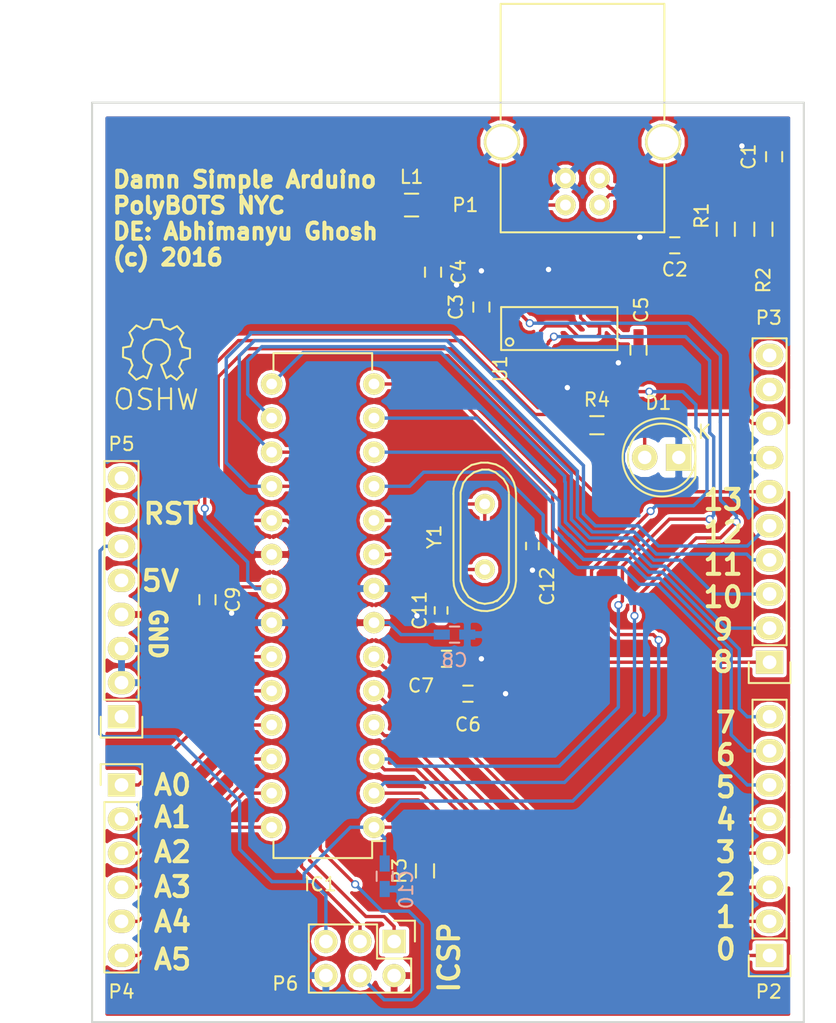
<source format=kicad_pcb>
(kicad_pcb (version 4) (host pcbnew 4.0.4-stable)
  (layers (0 F.Cu signal) (31 B.Cu signal) (34 B.Paste user) (35 F.Paste user) (36 B.SilkS user) (37 F.SilkS user) (38 B.Mask user) (39 F.Mask user) (44 Edge.Cuts user))
  (net 0 "")
  (net 1 /USBD+)
  (net 2 Earth)
  (net 3 /USBD-)
  (net 4 "Net-(C3-Pad1)")
  (net 5 "Net-(C4-Pad1)")
  (net 6 /MCU_5V)
  (net 7 /ANALOG_REF)
  (net 8 /MCU_RST)
  (net 9 "Net-(C11-Pad1)")
  (net 10 "Net-(C12-Pad1)")
  (net 11 "Net-(D1-Pad2)")
  (net 12 /MCU_RX)
  (net 13 /MCU_TX)
  (net 14 /PD2)
  (net 15 /PD3)
  (net 16 /PD4)
  (net 17 /PD5)
  (net 18 /PD6)
  (net 19 /PD7)
  (net 20 /PB0)
  (net 21 /PB1)
  (net 22 /PB2)
  (net 23 /MCU_MOSI)
  (net 24 /MCU_MISO)
  (net 25 /MCU_SCK)
  (net 26 /A0)
  (net 27 /A1)
  (net 28 /A2)
  (net 29 /A3)
  (net 30 /A4)
  (net 31 /A5)
  (net 32 "Net-(P3-Pad9)")
  (net 33 "Net-(P3-Pad10)")
  (net 34 "Net-(P5-Pad1)")
  (net 35 "Net-(P5-Pad5)")
  (net 36 "Net-(P5-Pad7)")
  (net 37 "Net-(P5-Pad8)")
  (net 38 "Net-(R1-Pad1)")
  (net 39 "Net-(R2-Pad1)")
  (net 40 "Net-(U1-Pad2)")
  (net 41 "Net-(U1-Pad5)")
  (net 42 "Net-(U1-Pad7)")
  (net 43 "Net-(U1-Pad8)")
  (net 44 "Net-(U1-Pad9)")
  (net 45 "Net-(U1-Pad10)")
  (net 46 "Net-(U1-Pad17)")
  (net 47 "Net-(U1-Pad18)")
  (net 48 "Net-(U1-Pad19)")
  (module Crystals:Crystal_HC49-U_Vertical (layer F.Cu) (at 214.74 100.83906 270)
    (fp_text reference Y1 (at 0 3.75 270) (layer F.SilkS))
    (fp_text value Crystal)
    (pad 1 thru_hole circle (at -2.44094 0 270) (size 1.50114 1.50114) (drill 0.8001) (layers *.Cu *.Mask F.SilkS) (net 10 "Net-(C12-Pad1)"))
    (pad 2 thru_hole circle (at 2.44094 0 270) (size 1.50114 1.50114) (drill 0.8001) (layers *.Cu *.Mask F.SilkS) (net 9 "Net-(C11-Pad1)"))
  )
  (module Capacitors_SMD:C_0603_HandSoldering (layer F.Cu) (at 236.29 72.53 90)
    (fp_text reference C1 (at 0 -1.9 90) (layer F.SilkS))
    (fp_text value "47 pF")
    (pad 1 smd rect (at -0.95 0 90) (size 1.2 0.75) (layers F.Cu F.Paste F.Mask) (net 1 /USBD+))
    (pad 2 smd rect (at 0.95 0 90) (size 1.2 0.75) (layers F.Cu F.Paste F.Mask) (net 2 Earth))
  )
  (module Capacitors_SMD:C_0603_HandSoldering (layer F.Cu) (at 228.89 79.13 180)
    (fp_text reference C2 (at 0 -1.8 180) (layer F.SilkS))
    (fp_text value "47 pF")
    (pad 1 smd rect (at -0.95 0 180) (size 1.2 0.75) (layers F.Cu F.Paste F.Mask) (net 3 /USBD-))
    (pad 2 smd rect (at 0.95 0 180) (size 1.2 0.75) (layers F.Cu F.Paste F.Mask) (net 2 Earth))
  )
  (module Capacitors_SMD:C_0603_HandSoldering (layer F.Cu) (at 214.49 83.73 90)
    (fp_text reference C3 (at 0 -1.9 90) (layer F.SilkS))
    (fp_text value "0.1 uF")
    (pad 1 smd rect (at -0.95 0 90) (size 1.2 0.75) (layers F.Cu F.Paste F.Mask) (net 4 "Net-(C3-Pad1)"))
    (pad 2 smd rect (at 0.95 0 90) (size 1.2 0.75) (layers F.Cu F.Paste F.Mask) (net 2 Earth))
  )
  (module Capacitors_SMD:C_0603_HandSoldering (layer F.Cu) (at 210.89 81.13 270)
    (fp_text reference C4 (at 0 -1.9 270) (layer F.SilkS))
    (fp_text value "0.1 uF")
    (pad 1 smd rect (at -0.95 0 270) (size 1.2 0.75) (layers F.Cu F.Paste F.Mask) (net 5 "Net-(C4-Pad1)"))
    (pad 2 smd rect (at 0.95 0 270) (size 1.2 0.75) (layers F.Cu F.Paste F.Mask) (net 2 Earth))
  )
  (module Capacitors_SMD:C_0603_HandSoldering (layer F.Cu) (at 226.19 86.93 270)
    (fp_text reference C5 (at -3 -0.2 270) (layer F.SilkS))
    (fp_text value "0.1 uF")
    (pad 1 smd rect (at -0.95 0 270) (size 1.2 0.75) (layers F.Cu F.Paste F.Mask) (net 4 "Net-(C3-Pad1)"))
    (pad 2 smd rect (at 0.95 0 270) (size 1.2 0.75) (layers F.Cu F.Paste F.Mask) (net 2 Earth))
  )
  (module Capacitors_SMD:C_0603_HandSoldering (layer F.Cu) (at 213.49 112.53)
    (fp_text reference C6 (at 0 2.3) (layer F.SilkS))
    (fp_text value "0.1 uF")
    (pad 1 smd rect (at -0.95 0) (size 1.2 0.75) (layers F.Cu F.Paste F.Mask) (net 6 /MCU_5V))
    (pad 2 smd rect (at 0.95 0) (size 1.2 0.75) (layers F.Cu F.Paste F.Mask) (net 2 Earth))
  )
  (module Capacitors_SMD:C_0603_HandSoldering (layer F.Cu) (at 211.89 109.93)
    (fp_text reference C7 (at -1.9 2) (layer F.SilkS))
    (fp_text value "0.1 uF")
    (pad 1 smd rect (at -0.95 0) (size 1.2 0.75) (layers F.Cu F.Paste F.Mask) (net 6 /MCU_5V))
    (pad 2 smd rect (at 0.95 0) (size 1.2 0.75) (layers F.Cu F.Paste F.Mask) (net 2 Earth))
  )
  (module Capacitors_SMD:C_0603_HandSoldering (layer B.Cu) (at 212.49 108.13)
    (fp_text reference C8 (at 0 1.9) (layer B.SilkS) (effects (justify mirror)))
    (fp_text value "0.1 uF")
    (pad 1 smd rect (at -0.95 0) (size 1.2 0.75) (layers B.Cu B.Paste B.Mask) (net 6 /MCU_5V))
    (pad 2 smd rect (at 0.95 0) (size 1.2 0.75) (layers B.Cu B.Paste B.Mask) (net 2 Earth))
  )
  (module Capacitors_SMD:C_0603_HandSoldering (layer F.Cu) (at 194.09 105.53 270)
    (fp_text reference C9 (at 0 -1.9 270) (layer F.SilkS))
    (fp_text value "0.1 uF")
    (pad 1 smd rect (at -0.95 0 270) (size 1.2 0.75) (layers F.Cu F.Paste F.Mask) (net 7 /ANALOG_REF))
    (pad 2 smd rect (at 0.95 0 270) (size 1.2 0.75) (layers F.Cu F.Paste F.Mask) (net 2 Earth))
  )
  (module Capacitors_SMD:C_0603_HandSoldering (layer B.Cu) (at 207.29 126.13 270)
    (fp_text reference C10 (at 1 -1.6 270) (layer B.SilkS) (effects (justify mirror)))
    (fp_text value "0.1 uF")
    (pad 1 smd rect (at -0.95 0 270) (size 1.2 0.75) (layers B.Cu B.Paste B.Mask) (net 8 /MCU_RST))
    (pad 2 smd rect (at 0.95 0 270) (size 1.2 0.75) (layers B.Cu B.Paste B.Mask) (net 2 Earth))
  )
  (module Capacitors_SMD:C_0402 (layer F.Cu) (at 211.49 106.33 270)
    (fp_text reference C11 (at 0 1.6 270) (layer F.SilkS))
    (fp_text value "30 pF")
    (pad 1 smd rect (at -0.55 0 270) (size 0.6 0.5) (layers F.Cu F.Paste F.Mask) (net 9 "Net-(C11-Pad1)"))
    (pad 2 smd rect (at 0.55 0 270) (size 0.6 0.5) (layers F.Cu F.Paste F.Mask) (net 2 Earth))
  )
  (module Capacitors_SMD:C_0402 (layer F.Cu) (at 218.29 101.53 270)
    (fp_text reference C12 (at 3 -1.1 270) (layer F.SilkS))
    (fp_text value "30 pF")
    (pad 1 smd rect (at -0.55 0 270) (size 0.6 0.5) (layers F.Cu F.Paste F.Mask) (net 10 "Net-(C12-Pad1)"))
    (pad 2 smd rect (at 0.55 0 270) (size 0.6 0.5) (layers F.Cu F.Paste F.Mask) (net 2 Earth))
  )
  (module LEDs:LED-5MM (layer F.Cu) (at 229.19 94.93 180)
    (fp_text reference D1 (at 1.524 4.064 180) (layer F.SilkS))
    (fp_text value LED)
    (fp_text user K (at -1.905 1.905 180) (layer F.SilkS))
    (pad 1 thru_hole rect (at 0 0 270) (size 2 1.9) (drill 1.00076) (layers *.Cu *.Mask F.SilkS) (net 2 Earth))
    (pad 2 thru_hole circle (at 2.54 0 180) (size 1.9 1.9) (drill 1.00076) (layers *.Cu *.Mask F.SilkS) (net 11 "Net-(D1-Pad2)"))
  )
  (module Housings_DIP:DIP-28_W7.62mm (layer F.Cu) (at 206.49 122.48 180)
    (fp_text reference IC1 (at 4 -4.25 180) (layer F.SilkS))
    (fp_text value ATMEGA328P-P)
    (pad 1 thru_hole oval (at 0 0 180) (size 1.6 1.6) (drill 0.8) (layers *.Cu *.Mask F.SilkS) (net 8 /MCU_RST))
    (pad 2 thru_hole oval (at 0 2.54 180) (size 1.6 1.6) (drill 0.8) (layers *.Cu *.Mask F.SilkS) (net 12 /MCU_RX))
    (pad 3 thru_hole oval (at 0 5.08 180) (size 1.6 1.6) (drill 0.8) (layers *.Cu *.Mask F.SilkS) (net 13 /MCU_TX))
    (pad 4 thru_hole oval (at 0 7.62 180) (size 1.6 1.6) (drill 0.8) (layers *.Cu *.Mask F.SilkS) (net 14 /PD2))
    (pad 5 thru_hole oval (at 0 10.16 180) (size 1.6 1.6) (drill 0.8) (layers *.Cu *.Mask F.SilkS) (net 15 /PD3))
    (pad 6 thru_hole oval (at 0 12.7 180) (size 1.6 1.6) (drill 0.8) (layers *.Cu *.Mask F.SilkS) (net 16 /PD4))
    (pad 7 thru_hole oval (at 0 15.24 180) (size 1.6 1.6) (drill 0.8) (layers *.Cu *.Mask F.SilkS) (net 6 /MCU_5V))
    (pad 8 thru_hole oval (at 0 17.78 180) (size 1.6 1.6) (drill 0.8) (layers *.Cu *.Mask F.SilkS) (net 2 Earth))
    (pad 9 thru_hole oval (at 0 20.32 180) (size 1.6 1.6) (drill 0.8) (layers *.Cu *.Mask F.SilkS) (net 9 "Net-(C11-Pad1)"))
    (pad 10 thru_hole oval (at 0 22.86 180) (size 1.6 1.6) (drill 0.8) (layers *.Cu *.Mask F.SilkS) (net 10 "Net-(C12-Pad1)"))
    (pad 11 thru_hole oval (at 0 25.4 180) (size 1.6 1.6) (drill 0.8) (layers *.Cu *.Mask F.SilkS) (net 17 /PD5))
    (pad 12 thru_hole oval (at 0 27.94 180) (size 1.6 1.6) (drill 0.8) (layers *.Cu *.Mask F.SilkS) (net 18 /PD6))
    (pad 13 thru_hole oval (at 0 30.48 180) (size 1.6 1.6) (drill 0.8) (layers *.Cu *.Mask F.SilkS) (net 19 /PD7))
    (pad 14 thru_hole oval (at 0 33.02 180) (size 1.6 1.6) (drill 0.8) (layers *.Cu *.Mask F.SilkS) (net 20 /PB0))
    (pad 15 thru_hole oval (at 7.62 33.02 180) (size 1.6 1.6) (drill 0.8) (layers *.Cu *.Mask F.SilkS) (net 21 /PB1))
    (pad 16 thru_hole oval (at 7.62 30.48 180) (size 1.6 1.6) (drill 0.8) (layers *.Cu *.Mask F.SilkS) (net 22 /PB2))
    (pad 17 thru_hole oval (at 7.62 27.94 180) (size 1.6 1.6) (drill 0.8) (layers *.Cu *.Mask F.SilkS) (net 23 /MCU_MOSI))
    (pad 18 thru_hole oval (at 7.62 25.4 180) (size 1.6 1.6) (drill 0.8) (layers *.Cu *.Mask F.SilkS) (net 24 /MCU_MISO))
    (pad 19 thru_hole oval (at 7.62 22.86 180) (size 1.6 1.6) (drill 0.8) (layers *.Cu *.Mask F.SilkS) (net 25 /MCU_SCK))
    (pad 20 thru_hole oval (at 7.62 20.32 180) (size 1.6 1.6) (drill 0.8) (layers *.Cu *.Mask F.SilkS) (net 6 /MCU_5V))
    (pad 21 thru_hole oval (at 7.62 17.78 180) (size 1.6 1.6) (drill 0.8) (layers *.Cu *.Mask F.SilkS) (net 7 /ANALOG_REF))
    (pad 22 thru_hole oval (at 7.62 15.24 180) (size 1.6 1.6) (drill 0.8) (layers *.Cu *.Mask F.SilkS) (net 2 Earth))
    (pad 23 thru_hole oval (at 7.62 12.7 180) (size 1.6 1.6) (drill 0.8) (layers *.Cu *.Mask F.SilkS) (net 26 /A0))
    (pad 24 thru_hole oval (at 7.62 10.16 180) (size 1.6 1.6) (drill 0.8) (layers *.Cu *.Mask F.SilkS) (net 27 /A1))
    (pad 25 thru_hole oval (at 7.62 7.62 180) (size 1.6 1.6) (drill 0.8) (layers *.Cu *.Mask F.SilkS) (net 28 /A2))
    (pad 26 thru_hole oval (at 7.62 5.08 180) (size 1.6 1.6) (drill 0.8) (layers *.Cu *.Mask F.SilkS) (net 29 /A3))
    (pad 27 thru_hole oval (at 7.62 2.54 180) (size 1.6 1.6) (drill 0.8) (layers *.Cu *.Mask F.SilkS) (net 30 /A4))
    (pad 28 thru_hole oval (at 7.62 0 180) (size 1.6 1.6) (drill 0.8) (layers *.Cu *.Mask F.SilkS) (net 31 /A5))
  )
  (module Capacitors_SMD:C_0805_HandSoldering (layer F.Cu) (at 209.29 76.13)
    (fp_text reference L1 (at 0 -2.1) (layer F.SilkS))
    (fp_text value "40-Ohm FB")
    (pad 1 smd rect (at -1.25 0) (size 1.5 1.25) (layers F.Cu F.Paste F.Mask) (net 6 /MCU_5V))
    (pad 2 smd rect (at 1.25 0) (size 1.5 1.25) (layers F.Cu F.Paste F.Mask) (net 5 "Net-(C4-Pad1)"))
  )
  (module Connect:USB_B (layer F.Cu) (at 220.75 76.12898 90)
    (fp_text reference P1 (at -0.00102 -7.46 180) (layer F.SilkS))
    (fp_text value USB_B)
    (pad 2 thru_hole circle (at 0 2.54) (size 1.524 1.524) (drill 0.8128) (layers *.Cu *.Mask F.SilkS) (net 3 /USBD-))
    (pad 1 thru_hole circle (at 0 0) (size 1.524 1.524) (drill 0.8128) (layers *.Cu *.Mask F.SilkS) (net 5 "Net-(C4-Pad1)"))
    (pad 4 thru_hole circle (at 1.99898 0) (size 1.524 1.524) (drill 0.8128) (layers *.Cu *.Mask F.SilkS) (net 2 Earth))
    (pad 3 thru_hole circle (at 1.99898 2.54) (size 1.524 1.524) (drill 0.8128) (layers *.Cu *.Mask F.SilkS) (net 1 /USBD+))
    (pad 5 thru_hole circle (at 4.699 7.26948) (size 2.70002 2.70002) (drill 2.30124) (layers *.Cu *.Mask F.SilkS) (net 2 Earth))
    (pad 5 thru_hole circle (at 4.699 -4.72948) (size 2.70002 2.70002) (drill 2.30124) (layers *.Cu *.Mask F.SilkS) (net 2 Earth))
  )
  (module Pin_Headers:Pin_Header_Straight_1x08 (layer F.Cu) (at 235.95 132.03 180)
    (fp_text reference P2 (at 0.06 -2.7 180) (layer F.SilkS))
    (fp_text value CONN_01X08)
    (pad 1 thru_hole rect (at 0 0 180) (size 2.032 1.7272) (drill 1.016) (layers *.Cu *.Mask F.SilkS) (net 12 /MCU_RX))
    (pad 2 thru_hole oval (at 0 2.54 180) (size 2.032 1.7272) (drill 1.016) (layers *.Cu *.Mask F.SilkS) (net 13 /MCU_TX))
    (pad 3 thru_hole oval (at 0 5.08 180) (size 2.032 1.7272) (drill 1.016) (layers *.Cu *.Mask F.SilkS) (net 14 /PD2))
    (pad 4 thru_hole oval (at 0 7.62 180) (size 2.032 1.7272) (drill 1.016) (layers *.Cu *.Mask F.SilkS) (net 15 /PD3))
    (pad 5 thru_hole oval (at 0 10.16 180) (size 2.032 1.7272) (drill 1.016) (layers *.Cu *.Mask F.SilkS) (net 16 /PD4))
    (pad 6 thru_hole oval (at 0 12.7 180) (size 2.032 1.7272) (drill 1.016) (layers *.Cu *.Mask F.SilkS) (net 17 /PD5))
    (pad 7 thru_hole oval (at 0 15.24 180) (size 2.032 1.7272) (drill 1.016) (layers *.Cu *.Mask F.SilkS) (net 18 /PD6))
    (pad 8 thru_hole oval (at 0 17.78 180) (size 2.032 1.7272) (drill 1.016) (layers *.Cu *.Mask F.SilkS) (net 19 /PD7))
  )
  (module Pin_Headers:Pin_Header_Straight_1x10 (layer F.Cu) (at 235.95 110.186 180)
    (fp_text reference P3 (at 0.06 25.656 180) (layer F.SilkS))
    (fp_text value CONN_01X10)
    (pad 1 thru_hole rect (at 0 0 180) (size 2.032 1.7272) (drill 1.016) (layers *.Cu *.Mask F.SilkS) (net 20 /PB0))
    (pad 2 thru_hole oval (at 0 2.54 180) (size 2.032 1.7272) (drill 1.016) (layers *.Cu *.Mask F.SilkS) (net 21 /PB1))
    (pad 3 thru_hole oval (at 0 5.08 180) (size 2.032 1.7272) (drill 1.016) (layers *.Cu *.Mask F.SilkS) (net 22 /PB2))
    (pad 4 thru_hole oval (at 0 7.62 180) (size 2.032 1.7272) (drill 1.016) (layers *.Cu *.Mask F.SilkS) (net 23 /MCU_MOSI))
    (pad 5 thru_hole oval (at 0 10.16 180) (size 2.032 1.7272) (drill 1.016) (layers *.Cu *.Mask F.SilkS) (net 24 /MCU_MISO))
    (pad 6 thru_hole oval (at 0 12.7 180) (size 2.032 1.7272) (drill 1.016) (layers *.Cu *.Mask F.SilkS) (net 25 /MCU_SCK))
    (pad 7 thru_hole oval (at 0 15.24 180) (size 2.032 1.7272) (drill 1.016) (layers *.Cu *.Mask F.SilkS) (net 2 Earth))
    (pad 8 thru_hole oval (at 0 17.78 180) (size 2.032 1.7272) (drill 1.016) (layers *.Cu *.Mask F.SilkS) (net 7 /ANALOG_REF))
    (pad 9 thru_hole oval (at 0 20.32 180) (size 2.032 1.7272) (drill 1.016) (layers *.Cu *.Mask F.SilkS) (net 32 "Net-(P3-Pad9)"))
    (pad 10 thru_hole oval (at 0 22.86 180) (size 2.032 1.7272) (drill 1.016) (layers *.Cu *.Mask F.SilkS) (net 33 "Net-(P3-Pad10)"))
  )
  (module Pin_Headers:Pin_Header_Straight_1x06 (layer F.Cu) (at 187.69 119.33)
    (fp_text reference P4 (at 0 15.4 180) (layer F.SilkS))
    (fp_text value CONN_01X06)
    (pad 1 thru_hole rect (at 0 0) (size 2.032 1.7272) (drill 1.016) (layers *.Cu *.Mask F.SilkS) (net 26 /A0))
    (pad 2 thru_hole oval (at 0 2.54) (size 2.032 1.7272) (drill 1.016) (layers *.Cu *.Mask F.SilkS) (net 27 /A1))
    (pad 3 thru_hole oval (at 0 5.08) (size 2.032 1.7272) (drill 1.016) (layers *.Cu *.Mask F.SilkS) (net 28 /A2))
    (pad 4 thru_hole oval (at 0 7.62) (size 2.032 1.7272) (drill 1.016) (layers *.Cu *.Mask F.SilkS) (net 29 /A3))
    (pad 5 thru_hole oval (at 0 10.16) (size 2.032 1.7272) (drill 1.016) (layers *.Cu *.Mask F.SilkS) (net 30 /A4))
    (pad 6 thru_hole oval (at 0 12.7) (size 2.032 1.7272) (drill 1.016) (layers *.Cu *.Mask F.SilkS) (net 31 /A5))
  )
  (module Pin_Headers:Pin_Header_Straight_1x08 (layer F.Cu) (at 187.69 114.25 180)
    (fp_text reference P5 (at 0 20.32 360) (layer F.SilkS))
    (fp_text value CONN_01X08)
    (pad 1 thru_hole rect (at 0 0 180) (size 2.032 1.7272) (drill 1.016) (layers *.Cu *.Mask F.SilkS) (net 34 "Net-(P5-Pad1)"))
    (pad 2 thru_hole oval (at 0 2.54 180) (size 2.032 1.7272) (drill 1.016) (layers *.Cu *.Mask F.SilkS) (net 2 Earth))
    (pad 3 thru_hole oval (at 0 5.08 180) (size 2.032 1.7272) (drill 1.016) (layers *.Cu *.Mask F.SilkS) (net 2 Earth))
    (pad 4 thru_hole oval (at 0 7.62 180) (size 2.032 1.7272) (drill 1.016) (layers *.Cu *.Mask F.SilkS) (net 6 /MCU_5V))
    (pad 5 thru_hole oval (at 0 10.16 180) (size 2.032 1.7272) (drill 1.016) (layers *.Cu *.Mask F.SilkS) (net 35 "Net-(P5-Pad5)"))
    (pad 6 thru_hole oval (at 0 12.7 180) (size 2.032 1.7272) (drill 1.016) (layers *.Cu *.Mask F.SilkS) (net 8 /MCU_RST))
    (pad 7 thru_hole oval (at 0 15.24 180) (size 2.032 1.7272) (drill 1.016) (layers *.Cu *.Mask F.SilkS) (net 36 "Net-(P5-Pad7)"))
    (pad 8 thru_hole oval (at 0 17.78 180) (size 2.032 1.7272) (drill 1.016) (layers *.Cu *.Mask F.SilkS) (net 37 "Net-(P5-Pad8)"))
  )
  (module Pin_Headers:Pin_Header_Straight_2x03 (layer F.Cu) (at 207.99 130.99 270)
    (fp_text reference P6 (at 3.14 8.1 360) (layer F.SilkS))
    (fp_text value CONN_02X03)
    (pad 1 thru_hole rect (at 0 0 270) (size 1.7272 1.7272) (drill 1.016) (layers *.Cu *.Mask F.SilkS) (net 24 /MCU_MISO))
    (pad 2 thru_hole oval (at 2.54 0 270) (size 1.7272 1.7272) (drill 1.016) (layers *.Cu *.Mask F.SilkS) (net 6 /MCU_5V))
    (pad 3 thru_hole oval (at 0 2.54 270) (size 1.7272 1.7272) (drill 1.016) (layers *.Cu *.Mask F.SilkS) (net 25 /MCU_SCK))
    (pad 4 thru_hole oval (at 2.54 2.54 270) (size 1.7272 1.7272) (drill 1.016) (layers *.Cu *.Mask F.SilkS) (net 23 /MCU_MOSI))
    (pad 5 thru_hole oval (at 0 5.08 270) (size 1.7272 1.7272) (drill 1.016) (layers *.Cu *.Mask F.SilkS) (net 8 /MCU_RST))
    (pad 6 thru_hole oval (at 2.54 5.08 270) (size 1.7272 1.7272) (drill 1.016) (layers *.Cu *.Mask F.SilkS) (net 2 Earth))
  )
  (module Resistors_SMD:R_0603_HandSoldering (layer F.Cu) (at 232.69 77.93 90)
    (fp_text reference R1 (at 1 -1.8 90) (layer F.SilkS))
    (fp_text value 27)
    (pad 1 smd rect (at -1.1 0 90) (size 1.2 0.9) (layers F.Cu F.Paste F.Mask) (net 38 "Net-(R1-Pad1)"))
    (pad 2 smd rect (at 1.1 0 90) (size 1.2 0.9) (layers F.Cu F.Paste F.Mask) (net 3 /USBD-))
  )
  (module Resistors_SMD:R_0603_HandSoldering (layer F.Cu) (at 235.49 77.93 90)
    (fp_text reference R2 (at -3.8 0 90) (layer F.SilkS))
    (fp_text value 27)
    (pad 1 smd rect (at -1.1 0 90) (size 1.2 0.9) (layers F.Cu F.Paste F.Mask) (net 39 "Net-(R2-Pad1)"))
    (pad 2 smd rect (at 1.1 0 90) (size 1.2 0.9) (layers F.Cu F.Paste F.Mask) (net 1 /USBD+))
  )
  (module Resistors_SMD:R_0603_HandSoldering (layer F.Cu) (at 210.29 125.73 90)
    (fp_text reference R3 (at 0 -1.9 90) (layer F.SilkS))
    (fp_text value 10k)
    (pad 1 smd rect (at -1.1 0 90) (size 1.2 0.9) (layers F.Cu F.Paste F.Mask) (net 6 /MCU_5V))
    (pad 2 smd rect (at 1.1 0 90) (size 1.2 0.9) (layers F.Cu F.Paste F.Mask) (net 8 /MCU_RST))
  )
  (module Resistors_SMD:R_0603_HandSoldering (layer F.Cu) (at 223.09 92.53)
    (fp_text reference R4 (at 0 -1.9) (layer F.SilkS))
    (fp_text value 100)
    (pad 1 smd rect (at -1.1 0) (size 1.2 0.9) (layers F.Cu F.Paste F.Mask) (net 25 /MCU_SCK))
    (pad 2 smd rect (at 1.1 0) (size 1.2 0.9) (layers F.Cu F.Paste F.Mask) (net 11 "Net-(D1-Pad2)"))
  )
  (module smd_tssop:SSOP-20-8.66x3.91_0.635mm (layer F.Cu) (at 220.29 85.33)
    (fp_text reference U1 (at -4.4 3 90) (layer F.SilkS))
    (fp_text value FT231XS)
    (pad 1 smd rect (at -2.8575 2.7) (size 0.35 1.7) (layers F.Cu F.Paste F.Mask) (net 8 /MCU_RST))
    (pad 2 smd rect (at -2.2225 2.7) (size 0.35 1.7) (layers F.Cu F.Paste F.Mask) (net 40 "Net-(U1-Pad2)"))
    (pad 3 smd rect (at -1.5875 2.7) (size 0.35 1.7) (layers F.Cu F.Paste F.Mask) (net 4 "Net-(C3-Pad1)"))
    (pad 4 smd rect (at -0.9525 2.7) (size 0.35 1.7) (layers F.Cu F.Paste F.Mask) (net 13 /MCU_TX))
    (pad 5 smd rect (at -0.3175 2.7) (size 0.35 1.7) (layers F.Cu F.Paste F.Mask) (net 41 "Net-(U1-Pad5)"))
    (pad 6 smd rect (at 0.3175 2.7) (size 0.35 1.7) (layers F.Cu F.Paste F.Mask) (net 2 Earth))
    (pad 7 smd rect (at 0.9525 2.7) (size 0.35 1.7) (layers F.Cu F.Paste F.Mask) (net 42 "Net-(U1-Pad7)"))
    (pad 8 smd rect (at 1.5875 2.7) (size 0.35 1.7) (layers F.Cu F.Paste F.Mask) (net 43 "Net-(U1-Pad8)"))
    (pad 9 smd rect (at 2.2225 2.7) (size 0.35 1.7) (layers F.Cu F.Paste F.Mask) (net 44 "Net-(U1-Pad9)"))
    (pad 10 smd rect (at 2.8575 2.7) (size 0.35 1.7) (layers F.Cu F.Paste F.Mask) (net 45 "Net-(U1-Pad10)"))
    (pad 11 smd rect (at 2.8575 -2.7) (size 0.35 1.7) (layers F.Cu F.Paste F.Mask) (net 39 "Net-(R2-Pad1)"))
    (pad 12 smd rect (at 2.2225 -2.7) (size 0.35 1.7) (layers F.Cu F.Paste F.Mask) (net 38 "Net-(R1-Pad1)"))
    (pad 13 smd rect (at 1.5875 -2.7) (size 0.35 1.7) (layers F.Cu F.Paste F.Mask) (net 4 "Net-(C3-Pad1)"))
    (pad 14 smd rect (at 0.9525 -2.7) (size 0.35 1.7) (layers F.Cu F.Paste F.Mask) (net 4 "Net-(C3-Pad1)"))
    (pad 15 smd rect (at 0.3175 -2.7) (size 0.35 1.7) (layers F.Cu F.Paste F.Mask) (net 6 /MCU_5V))
    (pad 16 smd rect (at -0.3175 -2.7) (size 0.35 1.7) (layers F.Cu F.Paste F.Mask) (net 2 Earth))
    (pad 17 smd rect (at -0.9525 -2.7) (size 0.35 1.7) (layers F.Cu F.Paste F.Mask) (net 46 "Net-(U1-Pad17)"))
    (pad 18 smd rect (at -1.5875 -2.7) (size 0.35 1.7) (layers F.Cu F.Paste F.Mask) (net 47 "Net-(U1-Pad18)"))
    (pad 19 smd rect (at -2.2225 -2.7) (size 0.35 1.7) (layers F.Cu F.Paste F.Mask) (net 48 "Net-(U1-Pad19)"))
    (pad 20 smd rect (at -2.8575 -2.7) (size 0.35 1.7) (layers F.Cu F.Paste F.Mask) (net 12 /MCU_RX))
  )
  (module Symbols:Symbol_OSHW-Logo_SilkScreen (layer F.Cu) (at 190.29 87.13)
    (fp_text reference "" (at 0.09906 -4.38912) (layer F.SilkS))
    (fp_text value Symbol_OSHW-Logo_SilkScreen)
  )
  (gr_text RST (at 191.39 99.13) (layer F.SilkS) (effects (font (size 1.5 1.5) (thickness 0.3))))
  (gr_text 5V (at 190.59 104.13) (layer F.SilkS) (effects (font (size 1.5 1.5) (thickness 0.3))))
  (gr_text GND (at 190.39 108.08 270) (layer F.SilkS) (effects (font (size 1.2 1.2) (thickness 0.3))))
  (gr_text ICSP (at 212.09 132.18 90) (layer F.SilkS) (effects (font (size 1.5 1.5) (thickness 0.3))))
  (gr_text "Damn Simple Arduino\nPolyBOTS NYC\nDE: Abhimanyu Ghosh\n(c) 2016" (at 186.89 77.13) (layer F.SilkS) (effects (font (size 1.2 1.2) (thickness 0.3)) (justify left)))
  (gr_text "13\n12\n11\n10\n9\n8" (at 232.49 104.13) (layer F.SilkS) (effects (font (size 1.5 1.5) (thickness 0.3))))
  (gr_text "7\n6\n5\n4\n3\n2\n1\n0" (at 232.69 123.13) (layer F.SilkS) (effects (font (size 1.5 1.5) (thickness 0.3))))
  (gr_text A4 (at 191.49 129.53) (layer F.SilkS) (effects (font (size 1.5 1.5) (thickness 0.3))))
  (gr_text A3 (at 191.49 126.93) (layer F.SilkS) (effects (font (size 1.5 1.5) (thickness 0.3))))
  (gr_text A2 (at 191.49 124.33) (layer F.SilkS) (effects (font (size 1.5 1.5) (thickness 0.3))))
  (gr_text A1 (at 191.49 121.73) (layer F.SilkS) (effects (font (size 1.5 1.5) (thickness 0.3))))
  (gr_text A5 (at 191.49 132.33) (layer F.SilkS) (effects (font (size 1.5 1.5) (thickness 0.3))))
  (gr_text A0 (at 191.49 119.33) (layer F.SilkS) (effects (font (size 1.5 1.5) (thickness 0.3))))
  (gr_line (start 185.5 137) (end 185.5 68.5) (layer Edge.Cuts) (width 0.15))
  (gr_line (start 238.5 137) (end 185.5 137) (layer Edge.Cuts) (width 0.15))
  (gr_line (start 238.5 68.5) (end 238.5 137) (layer Edge.Cuts) (width 0.15))
  (gr_line (start 185.5 68.5) (end 238.5 68.5) (layer Edge.Cuts) (width 0.15))
  (segment (start 235.89 74.73) (end 236.29 74.33) (width 0.25) (layer F.Cu) (net 1))
  (segment (start 236.29 74.33) (end 236.29 73.48) (width 0.25) (layer F.Cu) (net 1))
  (segment (start 234.49 74.73) (end 234.49 76.53) (width 0.25) (layer F.Cu) (net 1))
  (segment (start 234.49 74.13) (end 234.49 74.73) (width 0.25) (layer F.Cu) (net 1))
  (segment (start 234.49 74.73) (end 235.89 74.73) (width 0.25) (layer F.Cu) (net 1))
  (segment (start 223.29 74.13) (end 224.051999 74.891999) (width 0.25) (layer F.Cu) (net 1))
  (segment (start 224.051999 74.891999) (end 229.528001 74.891999) (width 0.25) (layer F.Cu) (net 1))
  (segment (start 229.528001 74.891999) (end 230.89 73.53) (width 0.25) (layer F.Cu) (net 1))
  (segment (start 234.79 76.83) (end 235.49 76.83) (width 0.25) (layer F.Cu) (net 1))
  (segment (start 230.89 73.53) (end 233.89 73.53) (width 0.25) (layer F.Cu) (net 1))
  (segment (start 233.89 73.53) (end 234.49 74.13) (width 0.25) (layer F.Cu) (net 1))
  (segment (start 234.49 76.53) (end 234.79 76.83) (width 0.25) (layer F.Cu) (net 1))
  (segment (start 225.565 87.88) (end 224.69 87.88) (width 0.25) (layer F.Cu) (net 2))
  (via (at 224.69 87.88) (size 0.6) (drill 0.4) (layers F.Cu B.Cu) (net 2))
  (segment (start 226.19 87.88) (end 225.565 87.88) (width 0.25) (layer F.Cu) (net 2))
  (via (at 214.49 81.03) (size 0.6) (drill 0.4) (layers F.Cu B.Cu) (net 2))
  (segment (start 214.49 82.78) (end 214.49 81.03) (width 0.25) (layer F.Cu) (net 2))
  (via (at 218.29 103.33) (size 0.6) (drill 0.4) (layers F.Cu B.Cu) (net 2))
  (segment (start 218.29 102.08) (end 218.29 103.33) (width 0.25) (layer F.Cu) (net 2))
  (segment (start 194.765 106.53) (end 195.89 106.53) (width 0.25) (layer F.Cu) (net 2))
  (via (at 195.89 106.53) (size 0.6) (drill 0.4) (layers F.Cu B.Cu) (net 2))
  (segment (start 194.09 106.48) (end 194.715 106.48) (width 0.25) (layer F.Cu) (net 2))
  (segment (start 194.715 106.48) (end 194.765 106.53) (width 0.25) (layer F.Cu) (net 2))
  (via (at 216.29 112.53) (size 0.6) (drill 0.4) (layers F.Cu B.Cu) (net 2))
  (segment (start 214.44 112.53) (end 216.29 112.53) (width 0.25) (layer F.Cu) (net 2))
  (segment (start 219.9725 81.4125) (end 219.49 80.93) (width 0.25) (layer F.Cu) (net 2))
  (via (at 219.49 80.93) (size 0.6) (drill 0.4) (layers F.Cu B.Cu) (net 2))
  (segment (start 219.9725 82.63) (end 219.9725 81.4125) (width 0.25) (layer F.Cu) (net 2))
  (via (at 212.64 82.08) (size 0.6) (drill 0.4) (layers F.Cu B.Cu) (net 2))
  (segment (start 210.89 82.08) (end 212.64 82.08) (width 0.25) (layer F.Cu) (net 2))
  (segment (start 226.89 79.13) (end 226.29 78.53) (width 0.25) (layer F.Cu) (net 2))
  (via (at 226.29 78.53) (size 0.6) (drill 0.4) (layers F.Cu B.Cu) (net 2))
  (segment (start 227.94 79.13) (end 226.89 79.13) (width 0.25) (layer F.Cu) (net 2))
  (segment (start 235.515 71.73) (end 233.89 71.73) (width 0.25) (layer F.Cu) (net 2))
  (via (at 233.89 71.73) (size 0.6) (drill 0.4) (layers F.Cu B.Cu) (net 2))
  (segment (start 236.29 71.58) (end 235.665 71.58) (width 0.25) (layer F.Cu) (net 2))
  (segment (start 235.665 71.58) (end 235.515 71.73) (width 0.25) (layer F.Cu) (net 2))
  (segment (start 220.6075 89.4475) (end 220.89 89.73) (width 0.25) (layer F.Cu) (net 2))
  (via (at 220.89 89.73) (size 0.6) (drill 0.4) (layers F.Cu B.Cu) (net 2))
  (segment (start 220.6075 88.03) (end 220.6075 89.4475) (width 0.25) (layer F.Cu) (net 2))
  (segment (start 212.84 109.93) (end 214.49 109.93) (width 0.25) (layer F.Cu) (net 2))
  (segment (start 214.69 109.93) (end 214.49 109.93) (width 0.25) (layer F.Cu) (net 2))
  (via (at 214.49 109.93) (size 0.6) (drill 0.4) (layers F.Cu B.Cu) (net 2))
  (segment (start 209.84 106.88) (end 209.69 106.73) (width 0.25) (layer F.Cu) (net 2))
  (via (at 209.69 106.73) (size 0.6) (drill 0.4) (layers F.Cu B.Cu) (net 2))
  (segment (start 211.49 106.88) (end 209.84 106.88) (width 0.25) (layer F.Cu) (net 2))
  (segment (start 231.29 78.53) (end 231.29 77.33) (width 0.25) (layer F.Cu) (net 3))
  (segment (start 229.84 79.13) (end 230.69 79.13) (width 0.25) (layer F.Cu) (net 3))
  (segment (start 230.69 79.13) (end 231.29 78.53) (width 0.25) (layer F.Cu) (net 3))
  (segment (start 231.29 77.33) (end 231.79 76.83) (width 0.25) (layer F.Cu) (net 3))
  (segment (start 231.79 76.83) (end 232.69 76.83) (width 0.25) (layer F.Cu) (net 3))
  (segment (start 229.89 75.33) (end 231.09 74.13) (width 0.25) (layer F.Cu) (net 3))
  (segment (start 223.29 76.12898) (end 224.051999 75.366981) (width 0.25) (layer F.Cu) (net 3))
  (segment (start 224.051999 75.366981) (end 229.853019 75.366981) (width 0.25) (layer F.Cu) (net 3))
  (segment (start 229.853019 75.366981) (end 229.89 75.33) (width 0.25) (layer F.Cu) (net 3))
  (segment (start 233.69 74.13) (end 233.89 74.33) (width 0.25) (layer F.Cu) (net 3))
  (segment (start 231.09 74.13) (end 233.69 74.13) (width 0.25) (layer F.Cu) (net 3))
  (segment (start 233.89 74.33) (end 233.89 76.53) (width 0.25) (layer F.Cu) (net 3))
  (segment (start 233.89 76.53) (end 233.59 76.83) (width 0.25) (layer F.Cu) (net 3))
  (segment (start 233.59 76.83) (end 232.69 76.83) (width 0.25) (layer F.Cu) (net 3))
  (segment (start 224.865 85.98) (end 226.19 85.98) (width 0.25) (layer F.Cu) (net 4))
  (segment (start 214.49 84.68) (end 214.49 85.53) (width 0.25) (layer F.Cu) (net 4))
  (segment (start 214.49 85.53) (end 215.29 86.33) (width 0.25) (layer F.Cu) (net 4))
  (segment (start 215.29 86.33) (end 218.1025 86.33) (width 0.25) (layer F.Cu) (net 4))
  (segment (start 218.1025 86.33) (end 218.3025 86.53) (width 0.25) (layer F.Cu) (net 4))
  (segment (start 224.015 85.13) (end 223.29 85.13) (width 0.25) (layer F.Cu) (net 4))
  (segment (start 223.29 85.13) (end 222.49 85.13) (width 0.25) (layer F.Cu) (net 4))
  (segment (start 223.09 85.93) (end 223.29 85.73) (width 0.25) (layer F.Cu) (net 4))
  (segment (start 223.29 85.73) (end 223.29 85.13) (width 0.25) (layer F.Cu) (net 4))
  (segment (start 221.69 85.93) (end 223.09 85.93) (width 0.25) (layer F.Cu) (net 4))
  (segment (start 220.89 85.13) (end 221.69 85.93) (width 0.25) (layer F.Cu) (net 4))
  (segment (start 219.29 85.13) (end 220.89 85.13) (width 0.25) (layer F.Cu) (net 4))
  (segment (start 218.89 85.53) (end 219.29 85.13) (width 0.25) (layer F.Cu) (net 4))
  (segment (start 218.89 85.93) (end 218.89 85.53) (width 0.25) (layer F.Cu) (net 4))
  (segment (start 218.3025 86.5175) (end 218.89 85.93) (width 0.25) (layer F.Cu) (net 4))
  (segment (start 218.3025 86.53) (end 218.7025 86.93) (width 0.25) (layer F.Cu) (net 4))
  (segment (start 218.3025 86.53) (end 218.3025 86.5175) (width 0.25) (layer F.Cu) (net 4))
  (segment (start 221.8775 83.93) (end 221.4425 83.93) (width 0.25) (layer F.Cu) (net 4))
  (segment (start 221.4425 83.93) (end 221.2425 83.73) (width 0.25) (layer F.Cu) (net 4))
  (segment (start 221.2425 83.73) (end 221.2425 82.63) (width 0.25) (layer F.Cu) (net 4))
  (segment (start 221.8775 83.93) (end 221.8775 82.63) (width 0.25) (layer F.Cu) (net 4))
  (segment (start 221.8775 84.5175) (end 221.8775 83.93) (width 0.25) (layer F.Cu) (net 4))
  (segment (start 222.49 85.13) (end 221.8775 84.5175) (width 0.25) (layer F.Cu) (net 4))
  (segment (start 224.865 85.98) (end 224.015 85.13) (width 0.25) (layer F.Cu) (net 4))
  (segment (start 218.7025 86.93) (end 218.7025 88.03) (width 0.25) (layer F.Cu) (net 4))
  (segment (start 210.89 77.355) (end 210.89 80.18) (width 0.25) (layer F.Cu) (net 5))
  (segment (start 210.54 76.13) (end 210.54 77.005) (width 0.25) (layer F.Cu) (net 5))
  (segment (start 210.54 77.005) (end 210.89 77.355) (width 0.25) (layer F.Cu) (net 5))
  (segment (start 210.54 76.13) (end 220.74898 76.13) (width 0.25) (layer F.Cu) (net 5))
  (segment (start 220.74898 76.13) (end 220.75 76.12898) (width 0.25) (layer F.Cu) (net 5))
  (segment (start 206.49 107.24) (end 207.62137 107.24) (width 0.25) (layer B.Cu) (net 6))
  (segment (start 207.62137 107.24) (end 208.51137 108.13) (width 0.25) (layer B.Cu) (net 6))
  (segment (start 208.51137 108.13) (end 210.69 108.13) (width 0.25) (layer B.Cu) (net 6))
  (segment (start 210.69 108.13) (end 211.54 108.13) (width 0.25) (layer B.Cu) (net 6))
  (segment (start 194.09 104.58) (end 198.75 104.58) (width 0.25) (layer F.Cu) (net 7))
  (segment (start 198.75 104.58) (end 198.87 104.7) (width 0.25) (layer F.Cu) (net 7))
  (segment (start 193.89 98.73) (end 193.89 88.73) (width 0.25) (layer F.Cu) (net 7))
  (segment (start 193.89 88.73) (end 196.39 86.23) (width 0.25) (layer F.Cu) (net 7))
  (segment (start 196.39 86.23) (end 212.99 86.23) (width 0.25) (layer F.Cu) (net 7))
  (segment (start 212.99 86.23) (end 218.49 91.73) (width 0.25) (layer F.Cu) (net 7))
  (segment (start 218.49 91.73) (end 234.008 91.73) (width 0.25) (layer F.Cu) (net 7))
  (segment (start 234.684 92.406) (end 235.95 92.406) (width 0.25) (layer F.Cu) (net 7))
  (segment (start 234.008 91.73) (end 234.684 92.406) (width 0.25) (layer F.Cu) (net 7))
  (segment (start 197.09 104.13) (end 197.66 104.7) (width 0.25) (layer B.Cu) (net 7))
  (segment (start 197.66 104.7) (end 198.87 104.7) (width 0.25) (layer B.Cu) (net 7))
  (segment (start 197.09 102.73) (end 197.09 104.13) (width 0.25) (layer B.Cu) (net 7))
  (segment (start 193.89 99.53) (end 197.09 102.73) (width 0.25) (layer B.Cu) (net 7))
  (segment (start 193.89 98.73) (end 193.89 99.53) (width 0.25) (layer B.Cu) (net 7))
  (via (at 193.89 98.73) (size 0.6) (drill 0.4) (layers F.Cu B.Cu) (net 7))
  (segment (start 230.465001 91.105001) (end 230.465001 91.53) (width 0.25) (layer B.Cu) (net 8))
  (segment (start 230.465001 91.53) (end 230.465001 92.705001) (width 0.25) (layer B.Cu) (net 8))
  (segment (start 229.49 90.03) (end 230.465001 91.005001) (width 0.25) (layer B.Cu) (net 8))
  (segment (start 230.465001 91.005001) (end 230.465001 91.53) (width 0.25) (layer B.Cu) (net 8))
  (segment (start 226.99 90.03) (end 229.49 90.03) (width 0.25) (layer B.Cu) (net 8))
  (segment (start 222.74 90.03) (end 226.99 90.03) (width 0.25) (layer F.Cu) (net 8))
  (via (at 226.99 90.03) (size 0.6) (drill 0.4) (layers F.Cu B.Cu) (net 8))
  (segment (start 221.99 90.78) (end 222.74 90.03) (width 0.25) (layer F.Cu) (net 8))
  (segment (start 220.49 90.78) (end 221.99 90.78) (width 0.25) (layer F.Cu) (net 8))
  (segment (start 219.84 90.13) (end 220.49 90.78) (width 0.25) (layer F.Cu) (net 8))
  (segment (start 218.4325 90.13) (end 219.84 90.13) (width 0.25) (layer F.Cu) (net 8))
  (segment (start 207.29 125.18) (end 207.289999 123.279999) (width 0.25) (layer B.Cu) (net 8))
  (segment (start 207.289999 123.279999) (end 206.49 122.48) (width 0.25) (layer B.Cu) (net 8))
  (segment (start 201.29 126.53) (end 198.89 126.53) (width 0.25) (layer B.Cu) (net 8))
  (segment (start 191.69 115.73) (end 186.29 115.73) (width 0.25) (layer B.Cu) (net 8))
  (segment (start 198.89 126.53) (end 196.49 124.13) (width 0.25) (layer B.Cu) (net 8))
  (segment (start 196.49 124.13) (end 196.49 120.53) (width 0.25) (layer B.Cu) (net 8))
  (segment (start 196.49 120.53) (end 191.69 115.73) (width 0.25) (layer B.Cu) (net 8))
  (segment (start 186.09 115.53) (end 186.09 101.884) (width 0.25) (layer B.Cu) (net 8))
  (segment (start 186.29 115.73) (end 186.09 115.53) (width 0.25) (layer B.Cu) (net 8))
  (segment (start 186.09 101.884) (end 186.424 101.55) (width 0.25) (layer B.Cu) (net 8))
  (segment (start 186.424 101.55) (end 187.69 101.55) (width 0.25) (layer B.Cu) (net 8))
  (segment (start 209.64 122.48) (end 210.29 123.13) (width 0.25) (layer F.Cu) (net 8))
  (segment (start 210.29 123.13) (end 210.29 124.63) (width 0.25) (layer F.Cu) (net 8))
  (segment (start 206.49 122.48) (end 209.64 122.48) (width 0.25) (layer F.Cu) (net 8))
  (segment (start 227.69 108.53) (end 227.69 114.13) (width 0.25) (layer B.Cu) (net 8))
  (segment (start 227.69 114.13) (end 221.29 120.53) (width 0.25) (layer B.Cu) (net 8))
  (segment (start 221.29 120.53) (end 208.44 120.53) (width 0.25) (layer B.Cu) (net 8))
  (segment (start 208.44 120.53) (end 206.49 122.48) (width 0.25) (layer B.Cu) (net 8))
  (segment (start 227.29 108.13) (end 227.69 108.53) (width 0.25) (layer F.Cu) (net 8))
  (via (at 227.69 108.53) (size 0.6) (drill 0.4) (layers F.Cu B.Cu) (net 8))
  (segment (start 224.49 108.13) (end 227.29 108.13) (width 0.25) (layer F.Cu) (net 8))
  (segment (start 222.69 106.33) (end 224.49 108.13) (width 0.25) (layer F.Cu) (net 8))
  (segment (start 222.69 104.73) (end 222.69 105.93) (width 0.25) (layer F.Cu) (net 8))
  (segment (start 222.69 103.33) (end 222.69 104.73) (width 0.25) (layer F.Cu) (net 8))
  (segment (start 222.69 104.73) (end 222.69 106.33) (width 0.25) (layer F.Cu) (net 8))
  (segment (start 227.09 98.93) (end 222.69 103.33) (width 0.25) (layer F.Cu) (net 8))
  (segment (start 227.49 98.53) (end 227.09 98.93) (width 0.25) (layer B.Cu) (net 8))
  (via (at 227.09 98.93) (size 0.6) (drill 0.4) (layers F.Cu B.Cu) (net 8))
  (segment (start 230.29 98.53) (end 227.49 98.53) (width 0.25) (layer B.Cu) (net 8))
  (segment (start 231.29 97.53) (end 230.29 98.53) (width 0.25) (layer B.Cu) (net 8))
  (segment (start 231.29 93.53) (end 231.29 97.53) (width 0.25) (layer B.Cu) (net 8))
  (segment (start 230.465001 92.705001) (end 231.29 93.53) (width 0.25) (layer B.Cu) (net 8))
  (segment (start 217.4325 88.03) (end 217.4325 89.13) (width 0.25) (layer F.Cu) (net 8))
  (segment (start 217.4325 89.13) (end 218.4325 90.13) (width 0.25) (layer F.Cu) (net 8))
  (segment (start 201.29 125.93) (end 204.74 122.48) (width 0.25) (layer B.Cu) (net 8))
  (segment (start 204.74 122.48) (end 206.49 122.48) (width 0.25) (layer B.Cu) (net 8))
  (segment (start 201.29 126.53) (end 201.89 126.53) (width 0.25) (layer B.Cu) (net 8))
  (segment (start 201.29 126.53) (end 201.29 125.93) (width 0.25) (layer B.Cu) (net 8))
  (segment (start 201.89 126.53) (end 202.91 127.55) (width 0.25) (layer B.Cu) (net 8))
  (segment (start 202.91 127.55) (end 202.91 130.99) (width 0.25) (layer B.Cu) (net 8))
  (segment (start 211.79 103.28) (end 212.29 103.28) (width 0.25) (layer F.Cu) (net 9))
  (segment (start 212.29 103.28) (end 212.59 103.28) (width 0.25) (layer F.Cu) (net 9))
  (segment (start 211.49 105.78) (end 211.49 105.23) (width 0.25) (layer F.Cu) (net 9))
  (segment (start 211.49 105.23) (end 212.29 104.43) (width 0.25) (layer F.Cu) (net 9))
  (segment (start 212.29 104.43) (end 212.29 103.28) (width 0.25) (layer F.Cu) (net 9))
  (segment (start 212.59 103.28) (end 214.74 103.28) (width 0.25) (layer F.Cu) (net 9))
  (segment (start 206.49 102.16) (end 207.62137 102.16) (width 0.25) (layer F.Cu) (net 9))
  (segment (start 207.62137 102.16) (end 207.65137 102.13) (width 0.25) (layer F.Cu) (net 9))
  (segment (start 207.65137 102.13) (end 210.64 102.13) (width 0.25) (layer F.Cu) (net 9))
  (segment (start 210.64 102.13) (end 211.79 103.28) (width 0.25) (layer F.Cu) (net 9))
  (segment (start 215.64 100.98) (end 218.29 100.98) (width 0.25) (layer F.Cu) (net 10))
  (segment (start 215.64 100.98) (end 214.74 100.08) (width 0.25) (layer F.Cu) (net 10))
  (segment (start 214.74 100.08) (end 214.74 98.39812) (width 0.25) (layer F.Cu) (net 10))
  (segment (start 214.74 98.39812) (end 212.69 98.39812) (width 0.25) (layer F.Cu) (net 10))
  (segment (start 212.69 98.39812) (end 211.62188 98.39812) (width 0.25) (layer F.Cu) (net 10))
  (segment (start 210.4 99.62) (end 206.49 99.62) (width 0.25) (layer F.Cu) (net 10))
  (segment (start 211.62188 98.39812) (end 210.4 99.62) (width 0.25) (layer F.Cu) (net 10))
  (segment (start 225.89 92.53) (end 226.65 93.29) (width 0.25) (layer F.Cu) (net 11))
  (segment (start 226.65 93.29) (end 226.65 94.93) (width 0.25) (layer F.Cu) (net 11))
  (segment (start 224.19 92.53) (end 225.89 92.53) (width 0.25) (layer F.Cu) (net 11))
  (segment (start 218.09 84.93) (end 217.4325 84.2725) (width 0.25) (layer F.Cu) (net 12))
  (segment (start 217.4325 84.2725) (end 217.4325 82.63) (width 0.25) (layer F.Cu) (net 12))
  (segment (start 229.89 84.93) (end 218.09 84.93) (width 0.25) (layer B.Cu) (net 12))
  (via (at 218.09 84.93) (size 0.6) (drill 0.4) (layers F.Cu B.Cu) (net 12))
  (segment (start 232.29 87.33) (end 229.89 84.93) (width 0.25) (layer B.Cu) (net 12))
  (segment (start 232.29 92.33) (end 232.29 92.13) (width 0.25) (layer B.Cu) (net 12))
  (segment (start 232.29 98.105736) (end 232.29 92.33) (width 0.25) (layer B.Cu) (net 12))
  (segment (start 232.29 92.33) (end 232.29 87.33) (width 0.25) (layer B.Cu) (net 12))
  (segment (start 233.49 99.73) (end 233.49 99.305736) (width 0.25) (layer B.Cu) (net 12))
  (segment (start 233.49 99.305736) (end 232.29 98.105736) (width 0.25) (layer B.Cu) (net 12))
  (segment (start 232.29 100.93) (end 233.49 99.73) (width 0.25) (layer F.Cu) (net 12))
  (via (at 233.49 99.73) (size 0.6) (drill 0.4) (layers F.Cu B.Cu) (net 12))
  (segment (start 230.49 100.93) (end 232.29 100.93) (width 0.25) (layer F.Cu) (net 12))
  (segment (start 225.89 105.53) (end 230.49 100.93) (width 0.25) (layer F.Cu) (net 12))
  (segment (start 225.89 106.73) (end 225.89 105.53) (width 0.25) (layer F.Cu) (net 12))
  (segment (start 225.89 113.93) (end 225.89 106.73) (width 0.25) (layer B.Cu) (net 12))
  (via (at 225.89 106.73) (size 0.6) (drill 0.4) (layers F.Cu B.Cu) (net 12))
  (segment (start 220.679999 119.140001) (end 225.89 113.93) (width 0.25) (layer B.Cu) (net 12))
  (segment (start 206.49 119.94) (end 207.289999 119.140001) (width 0.25) (layer B.Cu) (net 12))
  (segment (start 207.289999 119.140001) (end 220.679999 119.140001) (width 0.25) (layer B.Cu) (net 12))
  (segment (start 210 119.94) (end 222.09 132.03) (width 0.25) (layer F.Cu) (net 12))
  (segment (start 222.09 132.03) (end 235.95 132.03) (width 0.25) (layer F.Cu) (net 12))
  (segment (start 206.49 119.94) (end 210 119.94) (width 0.25) (layer F.Cu) (net 12))
  (segment (start 220.314264 85.93) (end 219.89 85.93) (width 0.25) (layer B.Cu) (net 13))
  (segment (start 229.69 85.93) (end 220.314264 85.93) (width 0.25) (layer B.Cu) (net 13))
  (segment (start 231.49 93.093589) (end 231.49 87.73) (width 0.25) (layer B.Cu) (net 13))
  (segment (start 231.789999 93.393588) (end 231.49 93.093589) (width 0.25) (layer B.Cu) (net 13))
  (segment (start 231.49 87.73) (end 229.69 85.93) (width 0.25) (layer B.Cu) (net 13))
  (segment (start 231.789999 99.230001) (end 231.789999 93.393588) (width 0.25) (layer B.Cu) (net 13))
  (segment (start 231.49 99.53) (end 231.789999 99.230001) (width 0.25) (layer B.Cu) (net 13))
  (segment (start 219.89 85.93) (end 219.49 86.33) (width 0.25) (layer F.Cu) (net 13))
  (segment (start 219.49 86.33) (end 219.49 86.425) (width 0.25) (layer F.Cu) (net 13))
  (segment (start 219.49 86.425) (end 219.3375 86.5775) (width 0.25) (layer F.Cu) (net 13))
  (segment (start 219.3375 86.5775) (end 219.3375 88.03) (width 0.25) (layer F.Cu) (net 13))
  (via (at 219.89 85.93) (size 0.6) (drill 0.4) (layers F.Cu B.Cu) (net 13))
  (segment (start 228.49 99.53) (end 231.49 99.53) (width 0.25) (layer F.Cu) (net 13))
  (via (at 231.49 99.53) (size 0.6) (drill 0.4) (layers F.Cu B.Cu) (net 13))
  (segment (start 224.989999 103.030001) (end 228.49 99.53) (width 0.25) (layer F.Cu) (net 13))
  (segment (start 224.69 105.93) (end 224.989999 105.630001) (width 0.25) (layer F.Cu) (net 13))
  (segment (start 224.989999 105.630001) (end 224.989999 103.030001) (width 0.25) (layer F.Cu) (net 13))
  (segment (start 224.69 113.53) (end 224.69 105.93) (width 0.25) (layer B.Cu) (net 13))
  (via (at 224.69 105.93) (size 0.6) (drill 0.4) (layers F.Cu B.Cu) (net 13))
  (segment (start 220.29 117.93) (end 224.69 113.53) (width 0.25) (layer B.Cu) (net 13))
  (segment (start 208.15137 117.93) (end 220.29 117.93) (width 0.25) (layer B.Cu) (net 13))
  (segment (start 206.49 117.4) (end 207.62137 117.4) (width 0.25) (layer B.Cu) (net 13))
  (segment (start 207.62137 117.4) (end 208.15137 117.93) (width 0.25) (layer B.Cu) (net 13))
  (segment (start 209.659999 118.199999) (end 220.95 129.49) (width 0.25) (layer F.Cu) (net 13))
  (segment (start 220.95 129.49) (end 235.95 129.49) (width 0.25) (layer F.Cu) (net 13))
  (segment (start 206.49 117.4) (end 207.289999 118.199999) (width 0.25) (layer F.Cu) (net 13))
  (segment (start 207.289999 118.199999) (end 209.659999 118.199999) (width 0.25) (layer F.Cu) (net 13))
  (segment (start 208.619999 115.659999) (end 219.91 126.95) (width 0.25) (layer F.Cu) (net 14))
  (segment (start 219.91 126.95) (end 235.95 126.95) (width 0.25) (layer F.Cu) (net 14))
  (segment (start 206.49 114.86) (end 207.289999 115.659999) (width 0.25) (layer F.Cu) (net 14))
  (segment (start 207.289999 115.659999) (end 208.619999 115.659999) (width 0.25) (layer F.Cu) (net 14))
  (segment (start 215.7 121.54) (end 218.57 124.41) (width 0.25) (layer F.Cu) (net 15))
  (segment (start 218.57 124.41) (end 235.95 124.41) (width 0.25) (layer F.Cu) (net 15))
  (segment (start 215.7 121.53) (end 215.7 121.54) (width 0.25) (layer F.Cu) (net 15))
  (segment (start 206.49 112.32) (end 215.7 121.53) (width 0.25) (layer F.Cu) (net 15))
  (segment (start 207.339999 110.579999) (end 218.63 121.87) (width 0.25) (layer F.Cu) (net 16))
  (segment (start 218.63 121.87) (end 235.95 121.87) (width 0.25) (layer F.Cu) (net 16))
  (segment (start 206.49 109.78) (end 207.289999 110.579999) (width 0.25) (layer F.Cu) (net 16))
  (segment (start 207.289999 110.579999) (end 207.339999 110.579999) (width 0.25) (layer F.Cu) (net 16))
  (segment (start 206.49 97.08) (end 209.14 97.08) (width 0.25) (layer B.Cu) (net 17))
  (segment (start 219.09 99.23) (end 219.09 100.53) (width 0.25) (layer B.Cu) (net 17))
  (segment (start 234.29 119.33) (end 235.95 119.33) (width 0.25) (layer B.Cu) (net 17))
  (segment (start 209.14 97.08) (end 210.19 96.03) (width 0.25) (layer B.Cu) (net 17))
  (segment (start 232.29 117.33) (end 234.29 119.33) (width 0.25) (layer B.Cu) (net 17))
  (segment (start 210.19 96.03) (end 215.89 96.03) (width 0.25) (layer B.Cu) (net 17))
  (segment (start 215.89 96.03) (end 219.09 99.23) (width 0.25) (layer B.Cu) (net 17))
  (segment (start 227.59 104.38) (end 232.29 109.08) (width 0.25) (layer B.Cu) (net 17))
  (segment (start 219.09 100.53) (end 221.69 103.13) (width 0.25) (layer B.Cu) (net 17))
  (segment (start 221.69 103.13) (end 224.99 103.13) (width 0.25) (layer B.Cu) (net 17))
  (segment (start 226.24 104.38) (end 227.59 104.38) (width 0.25) (layer B.Cu) (net 17))
  (segment (start 224.99 103.13) (end 226.24 104.38) (width 0.25) (layer B.Cu) (net 17))
  (segment (start 232.29 109.08) (end 232.29 117.33) (width 0.25) (layer B.Cu) (net 17))
  (segment (start 206.49 94.54) (end 216 94.54) (width 0.25) (layer B.Cu) (net 18))
  (segment (start 225.37641 102.53) (end 226.776399 103.929989) (width 0.25) (layer B.Cu) (net 18))
  (segment (start 222.09 102.53) (end 225.37641 102.53) (width 0.25) (layer B.Cu) (net 18))
  (segment (start 233.09 109.243589) (end 233.09 115.59) (width 0.25) (layer B.Cu) (net 18))
  (segment (start 233.09 115.59) (end 234.29 116.79) (width 0.25) (layer B.Cu) (net 18))
  (segment (start 227.7764 103.929989) (end 233.09 109.243589) (width 0.25) (layer B.Cu) (net 18))
  (segment (start 226.776399 103.929989) (end 227.7764 103.929989) (width 0.25) (layer B.Cu) (net 18))
  (segment (start 220.49 100.93) (end 222.09 102.53) (width 0.25) (layer B.Cu) (net 18))
  (segment (start 220.49 100.875644) (end 220.49 100.93) (width 0.25) (layer B.Cu) (net 18))
  (segment (start 219.839945 100.225589) (end 220.49 100.875644) (width 0.25) (layer B.Cu) (net 18))
  (segment (start 216 94.54) (end 219.839945 98.379945) (width 0.25) (layer B.Cu) (net 18))
  (segment (start 234.684 116.79) (end 235.95 116.79) (width 0.25) (layer B.Cu) (net 18))
  (segment (start 219.839945 98.379945) (end 219.839945 100.225589) (width 0.25) (layer B.Cu) (net 18))
  (segment (start 234.29 116.79) (end 234.684 116.79) (width 0.25) (layer B.Cu) (net 18))
  (segment (start 233.69 113.65) (end 234.29 114.25) (width 0.25) (layer B.Cu) (net 19))
  (segment (start 233.69 109.207178) (end 233.69 113.65) (width 0.25) (layer B.Cu) (net 19))
  (segment (start 221.044356 100.73) (end 221.09 100.73) (width 0.25) (layer B.Cu) (net 19))
  (segment (start 227.9628 103.479978) (end 233.69 109.207178) (width 0.25) (layer B.Cu) (net 19))
  (segment (start 225.412821 101.93) (end 226.962799 103.479978) (width 0.25) (layer B.Cu) (net 19))
  (segment (start 220.289956 99.9756) (end 221.044356 100.73) (width 0.25) (layer B.Cu) (net 19))
  (segment (start 214.114356 92) (end 220.289956 98.1756) (width 0.25) (layer B.Cu) (net 19))
  (segment (start 206.49 92) (end 214.114356 92) (width 0.25) (layer B.Cu) (net 19))
  (segment (start 221.09 100.73) (end 222.29 101.93) (width 0.25) (layer B.Cu) (net 19))
  (segment (start 234.684 114.25) (end 235.95 114.25) (width 0.25) (layer B.Cu) (net 19))
  (segment (start 222.29 101.93) (end 225.412821 101.93) (width 0.25) (layer B.Cu) (net 19))
  (segment (start 226.962799 103.479978) (end 227.9628 103.479978) (width 0.25) (layer B.Cu) (net 19))
  (segment (start 234.29 114.25) (end 234.684 114.25) (width 0.25) (layer B.Cu) (net 19))
  (segment (start 220.289956 98.1756) (end 220.289956 99.9756) (width 0.25) (layer B.Cu) (net 19))
  (segment (start 219.79 108.43) (end 221.546 110.186) (width 0.25) (layer F.Cu) (net 20))
  (segment (start 221.546 110.186) (end 235.95 110.186) (width 0.25) (layer F.Cu) (net 20))
  (segment (start 219.79 97.53) (end 219.79 108.43) (width 0.25) (layer F.Cu) (net 20))
  (segment (start 211.72 89.46) (end 219.79 97.53) (width 0.25) (layer F.Cu) (net 20))
  (segment (start 206.49 89.46) (end 211.72 89.46) (width 0.25) (layer F.Cu) (net 20))
  (segment (start 232.765233 107.646) (end 234.684 107.646) (width 0.25) (layer B.Cu) (net 21))
  (segment (start 222.376443 101.380033) (end 225.499265 101.380033) (width 0.25) (layer B.Cu) (net 21))
  (segment (start 220.739967 99.743557) (end 222.376443 101.380033) (width 0.25) (layer B.Cu) (net 21))
  (segment (start 228.1492 103.029967) (end 232.765233 107.646) (width 0.25) (layer B.Cu) (net 21))
  (segment (start 225.499265 101.380033) (end 227.149199 103.029967) (width 0.25) (layer B.Cu) (net 21))
  (segment (start 201.2 87.13) (end 211.49 87.13) (width 0.25) (layer B.Cu) (net 21))
  (segment (start 211.49 87.13) (end 220.69 96.33) (width 0.25) (layer B.Cu) (net 21))
  (segment (start 198.87 89.46) (end 201.2 87.13) (width 0.25) (layer B.Cu) (net 21))
  (segment (start 234.684 107.646) (end 235.95 107.646) (width 0.25) (layer B.Cu) (net 21))
  (segment (start 220.739967 96.779967) (end 220.739967 99.743557) (width 0.25) (layer B.Cu) (net 21))
  (segment (start 220.69 96.33) (end 220.69 96.73) (width 0.25) (layer B.Cu) (net 21))
  (segment (start 227.149199 103.029967) (end 228.1492 103.029967) (width 0.25) (layer B.Cu) (net 21))
  (segment (start 220.69 96.73) (end 220.739967 96.779967) (width 0.25) (layer B.Cu) (net 21))
  (segment (start 198.87 92) (end 197.09 90.22) (width 0.25) (layer B.Cu) (net 22))
  (segment (start 197.09 90.22) (end 197.09 87.73) (width 0.25) (layer B.Cu) (net 22))
  (segment (start 222.562842 100.930022) (end 225.685665 100.930022) (width 0.25) (layer B.Cu) (net 22))
  (segment (start 197.09 87.73) (end 198.140011 86.679989) (width 0.25) (layer B.Cu) (net 22))
  (segment (start 231.816 105.106) (end 235.95 105.106) (width 0.25) (layer B.Cu) (net 22))
  (segment (start 198.140011 86.679989) (end 211.739989 86.679989) (width 0.25) (layer B.Cu) (net 22))
  (segment (start 211.739989 86.679989) (end 221.189978 96.129978) (width 0.25) (layer B.Cu) (net 22))
  (segment (start 227.335599 102.579956) (end 229.289956 102.579956) (width 0.25) (layer B.Cu) (net 22))
  (segment (start 221.189978 96.129978) (end 221.189978 99.557158) (width 0.25) (layer B.Cu) (net 22))
  (segment (start 221.189978 99.557158) (end 222.562842 100.930022) (width 0.25) (layer B.Cu) (net 22))
  (segment (start 225.685665 100.930022) (end 227.335599 102.579956) (width 0.25) (layer B.Cu) (net 22))
  (segment (start 229.289956 102.579956) (end 231.816 105.106) (width 0.25) (layer B.Cu) (net 22))
  (segment (start 225.872065 100.480011) (end 222.749242 100.480011) (width 0.25) (layer B.Cu) (net 23))
  (segment (start 221.639989 95.943578) (end 211.926389 86.229978) (width 0.25) (layer B.Cu) (net 23))
  (segment (start 235.95 102.566) (end 234.684 102.566) (width 0.25) (layer B.Cu) (net 23))
  (segment (start 227.521998 102.129945) (end 225.872065 100.480011) (width 0.25) (layer B.Cu) (net 23))
  (segment (start 196.46 92.13) (end 198.070001 93.740001) (width 0.25) (layer B.Cu) (net 23))
  (segment (start 211.926389 86.229978) (end 197.590022 86.229978) (width 0.25) (layer B.Cu) (net 23))
  (segment (start 222.749242 100.480011) (end 221.639989 99.370758) (width 0.25) (layer B.Cu) (net 23))
  (segment (start 197.590022 86.229978) (end 196.46 87.36) (width 0.25) (layer B.Cu) (net 23))
  (segment (start 198.070001 93.740001) (end 198.87 94.54) (width 0.25) (layer B.Cu) (net 23))
  (segment (start 234.247945 102.129945) (end 227.521998 102.129945) (width 0.25) (layer B.Cu) (net 23))
  (segment (start 221.639989 99.370758) (end 221.639989 95.943578) (width 0.25) (layer B.Cu) (net 23))
  (segment (start 234.684 102.566) (end 234.247945 102.129945) (width 0.25) (layer B.Cu) (net 23))
  (segment (start 196.46 87.36) (end 196.46 92.13) (width 0.25) (layer B.Cu) (net 23))
  (segment (start 209.09 128.73) (end 207.09 128.73) (width 0.25) (layer B.Cu) (net 23))
  (segment (start 210.09 129.73) (end 209.09 128.73) (width 0.25) (layer B.Cu) (net 23))
  (segment (start 207.09 128.73) (end 205.09 126.73) (width 0.25) (layer B.Cu) (net 23))
  (segment (start 210.09 134.53) (end 210.09 129.73) (width 0.25) (layer B.Cu) (net 23))
  (segment (start 209.29 135.33) (end 210.09 134.53) (width 0.25) (layer B.Cu) (net 23))
  (segment (start 205.45 133.53) (end 207.25 135.33) (width 0.25) (layer B.Cu) (net 23))
  (segment (start 207.25 135.33) (end 209.29 135.33) (width 0.25) (layer B.Cu) (net 23))
  (segment (start 201.49 94.53) (end 201.48 94.54) (width 0.25) (layer F.Cu) (net 23))
  (segment (start 201.48 94.54) (end 198.87 94.54) (width 0.25) (layer F.Cu) (net 23))
  (segment (start 202.49 95.53) (end 201.49 94.53) (width 0.25) (layer F.Cu) (net 23))
  (segment (start 202.49 124.13) (end 202.49 95.53) (width 0.25) (layer F.Cu) (net 23))
  (segment (start 205.09 126.73) (end 202.49 124.13) (width 0.25) (layer F.Cu) (net 23))
  (via (at 205.09 126.73) (size 0.6) (drill 0.4) (layers F.Cu B.Cu) (net 23))
  (segment (start 198.87 97.08) (end 197.24 97.08) (width 0.25) (layer B.Cu) (net 24))
  (segment (start 222.09 95.53) (end 222.09 99.13) (width 0.25) (layer B.Cu) (net 24))
  (segment (start 197.24 97.08) (end 195.49 95.33) (width 0.25) (layer B.Cu) (net 24))
  (segment (start 195.49 95.33) (end 195.49 87.53) (width 0.25) (layer B.Cu) (net 24))
  (segment (start 195.49 87.53) (end 197.29 85.73) (width 0.25) (layer B.Cu) (net 24))
  (segment (start 227.69 101.53) (end 234.2936 101.53) (width 0.25) (layer B.Cu) (net 24))
  (segment (start 197.29 85.73) (end 197.29 85.63) (width 0.25) (layer B.Cu) (net 24))
  (segment (start 197.29 85.63) (end 212.19 85.63) (width 0.25) (layer B.Cu) (net 24))
  (segment (start 234.2936 101.53) (end 235.7976 100.026) (width 0.25) (layer B.Cu) (net 24))
  (segment (start 212.19 85.63) (end 222.09 95.53) (width 0.25) (layer B.Cu) (net 24))
  (segment (start 222.09 99.13) (end 222.986 100.026) (width 0.25) (layer B.Cu) (net 24))
  (segment (start 222.986 100.026) (end 226.186 100.026) (width 0.25) (layer B.Cu) (net 24))
  (segment (start 226.186 100.026) (end 227.69 101.53) (width 0.25) (layer B.Cu) (net 24))
  (segment (start 235.7976 100.026) (end 235.95 100.026) (width 0.25) (layer B.Cu) (net 24))
  (segment (start 201.69 97.73) (end 201.04 97.08) (width 0.25) (layer F.Cu) (net 24))
  (segment (start 201.04 97.08) (end 198.87 97.08) (width 0.25) (layer F.Cu) (net 24))
  (segment (start 201.69 124.93) (end 201.69 97.73) (width 0.25) (layer F.Cu) (net 24))
  (segment (start 205.89 129.13) (end 201.69 124.93) (width 0.25) (layer F.Cu) (net 24))
  (segment (start 207.2436 129.13) (end 205.89 129.13) (width 0.25) (layer F.Cu) (net 24))
  (segment (start 207.99 130.99) (end 207.99 129.8764) (width 0.25) (layer F.Cu) (net 24))
  (segment (start 207.99 129.8764) (end 207.2436 129.13) (width 0.25) (layer F.Cu) (net 24))
  (segment (start 198.87 99.62) (end 200.00137 99.62) (width 0.25) (layer F.Cu) (net 25))
  (segment (start 200.00137 99.62) (end 201.09 100.70863) (width 0.25) (layer F.Cu) (net 25))
  (segment (start 201.09 100.70863) (end 201.09 125.408686) (width 0.25) (layer F.Cu) (net 25))
  (segment (start 205.45 129.768686) (end 205.45 130.99) (width 0.25) (layer F.Cu) (net 25))
  (segment (start 201.09 125.408686) (end 205.45 129.768686) (width 0.25) (layer F.Cu) (net 25))
  (segment (start 235.95 97.486) (end 224.09 97.486) (width 0.25) (layer F.Cu) (net 25))
  (segment (start 224.09 97.486) (end 222.846 97.486) (width 0.25) (layer F.Cu) (net 25))
  (segment (start 221.99 93.83) (end 224.09 95.93) (width 0.25) (layer F.Cu) (net 25))
  (segment (start 224.09 95.93) (end 224.09 97.486) (width 0.25) (layer F.Cu) (net 25))
  (segment (start 221.99 92.53) (end 221.99 93.83) (width 0.25) (layer F.Cu) (net 25))
  (segment (start 222.846 97.486) (end 217.89 92.53) (width 0.25) (layer F.Cu) (net 25))
  (segment (start 217.89 92.53) (end 212.19 86.83) (width 0.25) (layer F.Cu) (net 25))
  (segment (start 212.19 86.83) (end 196.99 86.83) (width 0.25) (layer F.Cu) (net 25))
  (segment (start 196.48 99.62) (end 198.87 99.62) (width 0.25) (layer F.Cu) (net 25))
  (segment (start 196.99 86.83) (end 194.89 88.93) (width 0.25) (layer F.Cu) (net 25))
  (segment (start 194.89 88.93) (end 194.89 98.03) (width 0.25) (layer F.Cu) (net 25))
  (segment (start 194.89 98.03) (end 196.48 99.62) (width 0.25) (layer F.Cu) (net 25))
  (segment (start 193.29 113.53) (end 197.04 109.78) (width 0.25) (layer F.Cu) (net 26))
  (segment (start 197.04 109.78) (end 198.87 109.78) (width 0.25) (layer F.Cu) (net 26))
  (segment (start 193.29 114.996) (end 193.29 113.53) (width 0.25) (layer F.Cu) (net 26))
  (segment (start 187.69 119.33) (end 188.956 119.33) (width 0.25) (layer F.Cu) (net 26))
  (segment (start 188.956 119.33) (end 193.29 114.996) (width 0.25) (layer F.Cu) (net 26))
  (segment (start 194.19 115.23) (end 197.1 112.32) (width 0.25) (layer F.Cu) (net 27))
  (segment (start 197.1 112.32) (end 198.87 112.32) (width 0.25) (layer F.Cu) (net 27))
  (segment (start 194.19 116.636) (end 194.19 115.23) (width 0.25) (layer F.Cu) (net 27))
  (segment (start 187.69 121.87) (end 188.956 121.87) (width 0.25) (layer F.Cu) (net 27))
  (segment (start 188.956 121.87) (end 194.19 116.636) (width 0.25) (layer F.Cu) (net 27))
  (segment (start 195.39 116.23) (end 196.76 114.86) (width 0.25) (layer F.Cu) (net 28))
  (segment (start 196.76 114.86) (end 198.87 114.86) (width 0.25) (layer F.Cu) (net 28))
  (segment (start 195.39 117.976) (end 195.39 116.23) (width 0.25) (layer F.Cu) (net 28))
  (segment (start 187.69 124.41) (end 188.956 124.41) (width 0.25) (layer F.Cu) (net 28))
  (segment (start 188.956 124.41) (end 195.39 117.976) (width 0.25) (layer F.Cu) (net 28))
  (segment (start 187.69 126.95) (end 188.956 126.95) (width 0.25) (layer F.Cu) (net 29))
  (segment (start 188.956 126.95) (end 196.39 119.516) (width 0.25) (layer F.Cu) (net 29))
  (segment (start 196.39 119.516) (end 196.39 118.53) (width 0.25) (layer F.Cu) (net 29))
  (segment (start 196.39 118.53) (end 197.52 117.4) (width 0.25) (layer F.Cu) (net 29))
  (segment (start 197.52 117.4) (end 198.87 117.4) (width 0.25) (layer F.Cu) (net 29))
  (segment (start 191.69 125.03) (end 196.78 119.94) (width 0.25) (layer F.Cu) (net 30))
  (segment (start 196.78 119.94) (end 198.87 119.94) (width 0.25) (layer F.Cu) (net 30))
  (segment (start 191.69 126.756) (end 191.69 125.03) (width 0.25) (layer F.Cu) (net 30))
  (segment (start 187.69 129.49) (end 188.956 129.49) (width 0.25) (layer F.Cu) (net 30))
  (segment (start 188.956 129.49) (end 191.69 126.756) (width 0.25) (layer F.Cu) (net 30))
  (segment (start 192.49 125.33) (end 195.34 122.48) (width 0.25) (layer F.Cu) (net 31))
  (segment (start 195.34 122.48) (end 198.87 122.48) (width 0.25) (layer F.Cu) (net 31))
  (segment (start 192.49 128.496) (end 192.49 125.33) (width 0.25) (layer F.Cu) (net 31))
  (segment (start 187.69 132.03) (end 188.956 132.03) (width 0.25) (layer F.Cu) (net 31))
  (segment (start 188.956 132.03) (end 192.49 128.496) (width 0.25) (layer F.Cu) (net 31))
  (segment (start 223.09 80.13) (end 222.5125 80.7075) (width 0.25) (layer F.Cu) (net 38))
  (segment (start 222.5125 80.7075) (end 222.5125 82.63) (width 0.25) (layer F.Cu) (net 38))
  (segment (start 225.69 80.13) (end 223.09 80.13) (width 0.25) (layer F.Cu) (net 38))
  (segment (start 226.29 80.73) (end 225.69 80.13) (width 0.25) (layer F.Cu) (net 38))
  (segment (start 233.29 80.73) (end 226.29 80.73) (width 0.25) (layer F.Cu) (net 38))
  (segment (start 233.69 80.33) (end 233.29 80.73) (width 0.25) (layer F.Cu) (net 38))
  (segment (start 233.69 79.33) (end 233.69 80.33) (width 0.25) (layer F.Cu) (net 38))
  (segment (start 232.69 79.03) (end 233.39 79.03) (width 0.25) (layer F.Cu) (net 38))
  (segment (start 233.39 79.03) (end 233.69 79.33) (width 0.25) (layer F.Cu) (net 38))
  (segment (start 223.49 80.73) (end 223.1475 81.0725) (width 0.25) (layer F.Cu) (net 39))
  (segment (start 223.1475 81.0725) (end 223.1475 82.63) (width 0.25) (layer F.Cu) (net 39))
  (segment (start 225.49 80.73) (end 223.49 80.73) (width 0.25) (layer F.Cu) (net 39))
  (segment (start 226.09 81.33) (end 225.49 80.73) (width 0.25) (layer F.Cu) (net 39))
  (segment (start 233.69 81.33) (end 226.09 81.33) (width 0.25) (layer F.Cu) (net 39))
  (segment (start 234.49 80.53) (end 233.69 81.33) (width 0.25) (layer F.Cu) (net 39))
  (segment (start 234.49 79.33) (end 234.49 80.53) (width 0.25) (layer F.Cu) (net 39))
  (segment (start 235.49 79.03) (end 234.79 79.03) (width 0.25) (layer F.Cu) (net 39))
  (segment (start 234.79 79.03) (end 234.49 79.33) (width 0.25) (layer F.Cu) (net 39))
  (zone (net 2) (net_name Earth) (layer B.Cu) (connect_pads (clearance 0.508)) (min_thickness 0.254) (fill yes (arc_segments 16) (thermal_gap 0.508) (thermal_bridge_width 0.508))
    (polygon (pts (xy 186.49 136.53) (xy 186.49 69.53) (xy 237.49 69.53) (xy 237.49 136.53)))
  )
  (zone (net 6) (net_name /MCU_5V) (layer F.Cu) (connect_pads (clearance 0.254)) (min_thickness 0.254) (fill yes (arc_segments 16) (thermal_gap 0.508) (thermal_bridge_width 0.508))
    (polygon (pts (xy 186.49 136.53) (xy 186.49 69.53) (xy 237.49 69.53) (xy 237.49 136.53)))
  )
)
</source>
